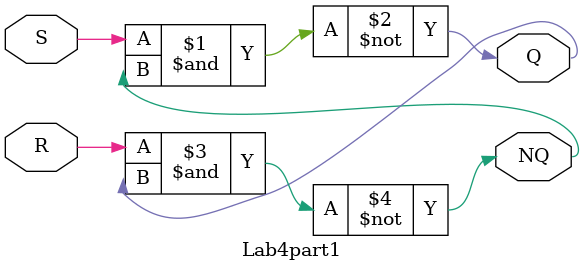
<source format=v>
`timescale 1ns	/ 1ps
module Lab4part1(R,	S,	Q,	NQ);
				input R,	S;
				output Q,	NQ;
				
				assign Q = ~(S & NQ);	//	S	(SET)	is	active	LOW
				assign NQ = ~(R & Q);	//	R	(RESET)	is	active	LOW
endmodule
</source>
